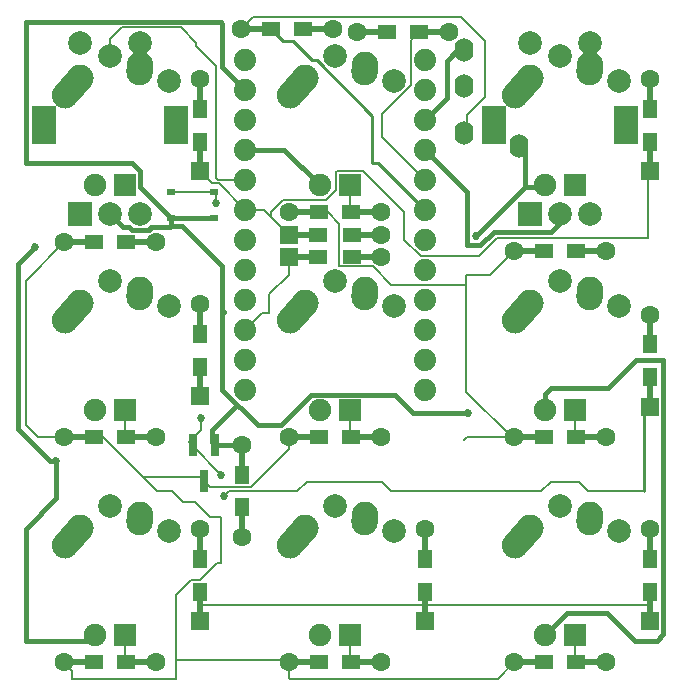
<source format=gbl>
G04 #@! TF.GenerationSoftware,KiCad,Pcbnew,(5.1.6)-1*
G04 #@! TF.CreationDate,2020-12-19T02:43:37-06:00*
G04 #@! TF.ProjectId,macropad_3x3,6d616372-6f70-4616-945f-3378332e6b69,rev?*
G04 #@! TF.SameCoordinates,Original*
G04 #@! TF.FileFunction,Copper,L2,Bot*
G04 #@! TF.FilePolarity,Positive*
%FSLAX46Y46*%
G04 Gerber Fmt 4.6, Leading zero omitted, Abs format (unit mm)*
G04 Created by KiCad (PCBNEW (5.1.6)-1) date 2020-12-19 02:43:37*
%MOMM*%
%LPD*%
G01*
G04 APERTURE LIST*
G04 #@! TA.AperFunction,ComponentPad*
%ADD10C,2.000000*%
G04 #@! TD*
G04 #@! TA.AperFunction,WasherPad*
%ADD11R,2.000000X3.200000*%
G04 #@! TD*
G04 #@! TA.AperFunction,ComponentPad*
%ADD12R,2.000000X2.000000*%
G04 #@! TD*
G04 #@! TA.AperFunction,SMDPad,CuDef*
%ADD13R,0.800000X1.900000*%
G04 #@! TD*
G04 #@! TA.AperFunction,Conductor*
%ADD14R,2.900000X0.500000*%
G04 #@! TD*
G04 #@! TA.AperFunction,ComponentPad*
%ADD15C,1.600000*%
G04 #@! TD*
G04 #@! TA.AperFunction,SMDPad,CuDef*
%ADD16R,1.500000X1.200000*%
G04 #@! TD*
G04 #@! TA.AperFunction,Conductor*
%ADD17R,0.500000X2.900000*%
G04 #@! TD*
G04 #@! TA.AperFunction,SMDPad,CuDef*
%ADD18R,1.200000X1.500000*%
G04 #@! TD*
G04 #@! TA.AperFunction,ComponentPad*
%ADD19C,2.250000*%
G04 #@! TD*
G04 #@! TA.AperFunction,ComponentPad*
%ADD20C,1.905000*%
G04 #@! TD*
G04 #@! TA.AperFunction,ComponentPad*
%ADD21R,1.905000X1.905000*%
G04 #@! TD*
G04 #@! TA.AperFunction,ComponentPad*
%ADD22R,1.600000X1.600000*%
G04 #@! TD*
G04 #@! TA.AperFunction,SMDPad,CuDef*
%ADD23R,1.200000X1.600000*%
G04 #@! TD*
G04 #@! TA.AperFunction,SMDPad,CuDef*
%ADD24R,1.600000X1.200000*%
G04 #@! TD*
G04 #@! TA.AperFunction,ComponentPad*
%ADD25O,1.600000X2.000000*%
G04 #@! TD*
G04 #@! TA.AperFunction,SMDPad,CuDef*
%ADD26R,0.700000X0.500000*%
G04 #@! TD*
G04 #@! TA.AperFunction,ComponentPad*
%ADD27C,1.879600*%
G04 #@! TD*
G04 #@! TA.AperFunction,ViaPad*
%ADD28C,0.685800*%
G04 #@! TD*
G04 #@! TA.AperFunction,Conductor*
%ADD29C,0.152400*%
G04 #@! TD*
G04 #@! TA.AperFunction,Conductor*
%ADD30C,0.254000*%
G04 #@! TD*
G04 #@! TA.AperFunction,Conductor*
%ADD31C,0.381000*%
G04 #@! TD*
G04 APERTURE END LIST*
D10*
G04 #@! TO.P,RE2,S1*
G04 #@! TO.N,Net-(D3-Pad2)*
X72350000Y-24750000D03*
G04 #@! TO.P,RE2,S2*
G04 #@! TO.N,col2*
X67350000Y-24750000D03*
D11*
G04 #@! TO.P,RE2,*
G04 #@! TO.N,*
X75450000Y-31750000D03*
X64250000Y-31750000D03*
D10*
G04 #@! TO.P,RE2,B*
G04 #@! TO.N,encoder2b*
X72350000Y-39250000D03*
G04 #@! TO.P,RE2,C*
G04 #@! TO.N,GND*
X69850000Y-39250000D03*
D12*
G04 #@! TO.P,RE2,A*
G04 #@! TO.N,encoder2a*
X67350000Y-39250000D03*
G04 #@! TD*
D13*
G04 #@! TO.P,Q1,3*
G04 #@! TO.N,LEDsOut*
X39687500Y-61825000D03*
G04 #@! TO.P,Q1,2*
G04 #@! TO.N,GND*
X40637500Y-58825000D03*
G04 #@! TO.P,Q1,1*
G04 #@! TO.N,LEDs*
X38737500Y-58825000D03*
G04 #@! TD*
D14*
G04 #@! TO.N,VCC*
G04 #@! TO.C,R11*
X54052000Y-23812500D03*
G04 #@! TO.N,SDA*
X59052000Y-23812500D03*
D15*
G04 #@! TD*
G04 #@! TO.P,R11,1*
G04 #@! TO.N,VCC*
X52652000Y-23812500D03*
G04 #@! TO.P,R11,2*
G04 #@! TO.N,SDA*
X60452000Y-23812500D03*
D16*
X57902000Y-23812500D03*
G04 #@! TO.P,R11,1*
G04 #@! TO.N,VCC*
X55202000Y-23812500D03*
G04 #@! TD*
D14*
G04 #@! TO.N,VCC*
G04 #@! TO.C,R10*
X49262500Y-23622000D03*
G04 #@! TO.N,SCL*
X44262500Y-23622000D03*
D15*
G04 #@! TD*
G04 #@! TO.P,R10,1*
G04 #@! TO.N,VCC*
X50662500Y-23622000D03*
G04 #@! TO.P,R10,2*
G04 #@! TO.N,SCL*
X42862500Y-23622000D03*
D16*
X45412500Y-23622000D03*
G04 #@! TO.P,R10,1*
G04 #@! TO.N,VCC*
X48112500Y-23622000D03*
G04 #@! TD*
D14*
G04 #@! TO.N,LEDsOut*
G04 #@! TO.C,R9*
X67350000Y-77216000D03*
G04 #@! TO.N,Net-(MX9-Pad4)*
X72350000Y-77216000D03*
D15*
G04 #@! TD*
G04 #@! TO.P,R9,1*
G04 #@! TO.N,LEDsOut*
X65950000Y-77216000D03*
G04 #@! TO.P,R9,2*
G04 #@! TO.N,Net-(MX9-Pad4)*
X73750000Y-77216000D03*
D16*
X71200000Y-77216000D03*
G04 #@! TO.P,R9,1*
G04 #@! TO.N,LEDsOut*
X68500000Y-77216000D03*
G04 #@! TD*
D14*
G04 #@! TO.N,LEDsOut*
G04 #@! TO.C,R8*
X48300000Y-77216000D03*
G04 #@! TO.N,Net-(MX8-Pad4)*
X53300000Y-77216000D03*
D15*
G04 #@! TD*
G04 #@! TO.P,R8,1*
G04 #@! TO.N,LEDsOut*
X46900000Y-77216000D03*
G04 #@! TO.P,R8,2*
G04 #@! TO.N,Net-(MX8-Pad4)*
X54700000Y-77216000D03*
D16*
X52150000Y-77216000D03*
G04 #@! TO.P,R8,1*
G04 #@! TO.N,LEDsOut*
X49450000Y-77216000D03*
G04 #@! TD*
D14*
G04 #@! TO.N,LEDsOut*
G04 #@! TO.C,R7*
X29250000Y-77216000D03*
G04 #@! TO.N,Net-(MX7-Pad4)*
X34250000Y-77216000D03*
D15*
G04 #@! TD*
G04 #@! TO.P,R7,1*
G04 #@! TO.N,LEDsOut*
X27850000Y-77216000D03*
G04 #@! TO.P,R7,2*
G04 #@! TO.N,Net-(MX7-Pad4)*
X35650000Y-77216000D03*
D16*
X33100000Y-77216000D03*
G04 #@! TO.P,R7,1*
G04 #@! TO.N,LEDsOut*
X30400000Y-77216000D03*
G04 #@! TD*
D14*
G04 #@! TO.N,LEDsOut*
G04 #@! TO.C,R6*
X67350000Y-58166000D03*
G04 #@! TO.N,Net-(MX6-Pad4)*
X72350000Y-58166000D03*
D15*
G04 #@! TD*
G04 #@! TO.P,R6,1*
G04 #@! TO.N,LEDsOut*
X65950000Y-58166000D03*
G04 #@! TO.P,R6,2*
G04 #@! TO.N,Net-(MX6-Pad4)*
X73750000Y-58166000D03*
D16*
X71200000Y-58166000D03*
G04 #@! TO.P,R6,1*
G04 #@! TO.N,LEDsOut*
X68500000Y-58166000D03*
G04 #@! TD*
D14*
G04 #@! TO.N,LEDsOut*
G04 #@! TO.C,R5*
X48300000Y-58166000D03*
G04 #@! TO.N,Net-(MX5-Pad4)*
X53300000Y-58166000D03*
D15*
G04 #@! TD*
G04 #@! TO.P,R5,1*
G04 #@! TO.N,LEDsOut*
X46900000Y-58166000D03*
G04 #@! TO.P,R5,2*
G04 #@! TO.N,Net-(MX5-Pad4)*
X54700000Y-58166000D03*
D16*
X52150000Y-58166000D03*
G04 #@! TO.P,R5,1*
G04 #@! TO.N,LEDsOut*
X49450000Y-58166000D03*
G04 #@! TD*
D14*
G04 #@! TO.N,LEDsOut*
G04 #@! TO.C,R4*
X29250000Y-58166000D03*
G04 #@! TO.N,Net-(MX4-Pad4)*
X34250000Y-58166000D03*
D15*
G04 #@! TD*
G04 #@! TO.P,R4,1*
G04 #@! TO.N,LEDsOut*
X27850000Y-58166000D03*
G04 #@! TO.P,R4,2*
G04 #@! TO.N,Net-(MX4-Pad4)*
X35650000Y-58166000D03*
D16*
X33100000Y-58166000D03*
G04 #@! TO.P,R4,1*
G04 #@! TO.N,LEDsOut*
X30400000Y-58166000D03*
G04 #@! TD*
D14*
G04 #@! TO.N,LEDsOut*
G04 #@! TO.C,R3*
X67350000Y-42418000D03*
G04 #@! TO.N,Net-(MX3-Pad4)*
X72350000Y-42418000D03*
D15*
G04 #@! TD*
G04 #@! TO.P,R3,1*
G04 #@! TO.N,LEDsOut*
X65950000Y-42418000D03*
G04 #@! TO.P,R3,2*
G04 #@! TO.N,Net-(MX3-Pad4)*
X73750000Y-42418000D03*
D16*
X71200000Y-42418000D03*
G04 #@! TO.P,R3,1*
G04 #@! TO.N,LEDsOut*
X68500000Y-42418000D03*
G04 #@! TD*
D14*
G04 #@! TO.N,LEDsOut*
G04 #@! TO.C,R2*
X48300000Y-39116000D03*
G04 #@! TO.N,Net-(MX2-Pad4)*
X53300000Y-39116000D03*
D15*
G04 #@! TD*
G04 #@! TO.P,R2,1*
G04 #@! TO.N,LEDsOut*
X46900000Y-39116000D03*
G04 #@! TO.P,R2,2*
G04 #@! TO.N,Net-(MX2-Pad4)*
X54700000Y-39116000D03*
D16*
X52150000Y-39116000D03*
G04 #@! TO.P,R2,1*
G04 #@! TO.N,LEDsOut*
X49450000Y-39116000D03*
G04 #@! TD*
D14*
G04 #@! TO.N,LEDsOut*
G04 #@! TO.C,R1*
X29250000Y-41656000D03*
G04 #@! TO.N,Net-(MX1-Pad4)*
X34250000Y-41656000D03*
D15*
G04 #@! TD*
G04 #@! TO.P,R1,1*
G04 #@! TO.N,LEDsOut*
X27850000Y-41656000D03*
G04 #@! TO.P,R1,2*
G04 #@! TO.N,Net-(MX1-Pad4)*
X35650000Y-41656000D03*
D16*
X33100000Y-41656000D03*
G04 #@! TO.P,R1,1*
G04 #@! TO.N,LEDsOut*
X30400000Y-41656000D03*
G04 #@! TD*
D17*
G04 #@! TO.N,GND*
G04 #@! TO.C,RQ1*
X42926000Y-60201000D03*
D18*
G04 #@! TD*
G04 #@! TO.P,RQ1,2*
G04 #@! TO.N,GND*
X42926000Y-61351000D03*
G04 #@! TO.P,RQ1,1*
G04 #@! TO.N,LEDs*
X42926000Y-64051000D03*
D17*
G04 #@! TD*
G04 #@! TO.N,LEDs*
G04 #@! TO.C,RQ1*
X42926000Y-65201000D03*
D15*
G04 #@! TO.P,RQ1,2*
G04 #@! TO.N,GND*
X42926000Y-58801000D03*
G04 #@! TO.P,RQ1,1*
G04 #@! TO.N,LEDs*
X42926000Y-66601000D03*
G04 #@! TD*
G04 #@! TO.P,MX6,2*
G04 #@! TO.N,Net-(D6-Pad2)*
G04 #@! TA.AperFunction,ComponentPad*
G36*
G01*
X72273483Y-47422395D02*
X72273483Y-47422395D01*
G75*
G02*
X71227605Y-46223483I76517J1122395D01*
G01*
X71267147Y-45643451D01*
G75*
G02*
X72466059Y-44597573I1122395J-76517D01*
G01*
X72466059Y-44597573D01*
G75*
G02*
X73511937Y-45796485I-76517J-1122395D01*
G01*
X73472395Y-46376517D01*
G75*
G02*
X72273483Y-47422395I-1122395J76517D01*
G01*
G37*
G04 #@! TD.AperFunction*
D19*
X72390000Y-45720000D03*
G04 #@! TO.P,MX6,1*
G04 #@! TO.N,col2*
G04 #@! TA.AperFunction,ComponentPad*
G36*
G01*
X65288688Y-49097351D02*
X65288688Y-49097350D01*
G75*
G02*
X65202650Y-47508688I751312J837350D01*
G01*
X66512640Y-46048680D01*
G75*
G02*
X68101302Y-45962642I837350J-751312D01*
G01*
X68101302Y-45962642D01*
G75*
G02*
X68187340Y-47551304I-751312J-837350D01*
G01*
X66877350Y-49011312D01*
G75*
G02*
X65288688Y-49097350I-837350J751312D01*
G01*
G37*
G04 #@! TD.AperFunction*
X67350000Y-46800000D03*
D10*
G04 #@! TO.P,MX6,2*
G04 #@! TO.N,Net-(D6-Pad2)*
X74850000Y-47000000D03*
G04 #@! TO.P,MX6,1*
G04 #@! TO.N,col2*
X69850000Y-44900000D03*
D20*
G04 #@! TO.P,MX6,3*
G04 #@! TO.N,VCC*
X68580000Y-55880000D03*
D21*
G04 #@! TO.P,MX6,4*
G04 #@! TO.N,Net-(MX6-Pad4)*
X71120000Y-55880000D03*
G04 #@! TD*
G04 #@! TO.P,MX9,2*
G04 #@! TO.N,Net-(D9-Pad2)*
G04 #@! TA.AperFunction,ComponentPad*
G36*
G01*
X72273483Y-66472395D02*
X72273483Y-66472395D01*
G75*
G02*
X71227605Y-65273483I76517J1122395D01*
G01*
X71267147Y-64693451D01*
G75*
G02*
X72466059Y-63647573I1122395J-76517D01*
G01*
X72466059Y-63647573D01*
G75*
G02*
X73511937Y-64846485I-76517J-1122395D01*
G01*
X73472395Y-65426517D01*
G75*
G02*
X72273483Y-66472395I-1122395J76517D01*
G01*
G37*
G04 #@! TD.AperFunction*
D19*
X72390000Y-64770000D03*
G04 #@! TO.P,MX9,1*
G04 #@! TO.N,col2*
G04 #@! TA.AperFunction,ComponentPad*
G36*
G01*
X65288688Y-68147351D02*
X65288688Y-68147350D01*
G75*
G02*
X65202650Y-66558688I751312J837350D01*
G01*
X66512640Y-65098680D01*
G75*
G02*
X68101302Y-65012642I837350J-751312D01*
G01*
X68101302Y-65012642D01*
G75*
G02*
X68187340Y-66601304I-751312J-837350D01*
G01*
X66877350Y-68061312D01*
G75*
G02*
X65288688Y-68147350I-837350J751312D01*
G01*
G37*
G04 #@! TD.AperFunction*
X67350000Y-65850000D03*
D10*
G04 #@! TO.P,MX9,2*
G04 #@! TO.N,Net-(D9-Pad2)*
X74850000Y-66050000D03*
G04 #@! TO.P,MX9,1*
G04 #@! TO.N,col2*
X69850000Y-63950000D03*
D20*
G04 #@! TO.P,MX9,3*
G04 #@! TO.N,VCC*
X68580000Y-74930000D03*
D21*
G04 #@! TO.P,MX9,4*
G04 #@! TO.N,Net-(MX9-Pad4)*
X71120000Y-74930000D03*
G04 #@! TD*
G04 #@! TO.P,MX8,2*
G04 #@! TO.N,Net-(D8-Pad2)*
G04 #@! TA.AperFunction,ComponentPad*
G36*
G01*
X53223483Y-66472395D02*
X53223483Y-66472395D01*
G75*
G02*
X52177605Y-65273483I76517J1122395D01*
G01*
X52217147Y-64693451D01*
G75*
G02*
X53416059Y-63647573I1122395J-76517D01*
G01*
X53416059Y-63647573D01*
G75*
G02*
X54461937Y-64846485I-76517J-1122395D01*
G01*
X54422395Y-65426517D01*
G75*
G02*
X53223483Y-66472395I-1122395J76517D01*
G01*
G37*
G04 #@! TD.AperFunction*
D19*
X53340000Y-64770000D03*
G04 #@! TO.P,MX8,1*
G04 #@! TO.N,col1*
G04 #@! TA.AperFunction,ComponentPad*
G36*
G01*
X46238688Y-68147351D02*
X46238688Y-68147350D01*
G75*
G02*
X46152650Y-66558688I751312J837350D01*
G01*
X47462640Y-65098680D01*
G75*
G02*
X49051302Y-65012642I837350J-751312D01*
G01*
X49051302Y-65012642D01*
G75*
G02*
X49137340Y-66601304I-751312J-837350D01*
G01*
X47827350Y-68061312D01*
G75*
G02*
X46238688Y-68147350I-837350J751312D01*
G01*
G37*
G04 #@! TD.AperFunction*
X48300000Y-65850000D03*
D10*
G04 #@! TO.P,MX8,2*
G04 #@! TO.N,Net-(D8-Pad2)*
X55800000Y-66050000D03*
G04 #@! TO.P,MX8,1*
G04 #@! TO.N,col1*
X50800000Y-63950000D03*
D20*
G04 #@! TO.P,MX8,3*
G04 #@! TO.N,VCC*
X49530000Y-74930000D03*
D21*
G04 #@! TO.P,MX8,4*
G04 #@! TO.N,Net-(MX8-Pad4)*
X52070000Y-74930000D03*
G04 #@! TD*
G04 #@! TO.P,MX7,2*
G04 #@! TO.N,Net-(D7-Pad2)*
G04 #@! TA.AperFunction,ComponentPad*
G36*
G01*
X34173483Y-66472395D02*
X34173483Y-66472395D01*
G75*
G02*
X33127605Y-65273483I76517J1122395D01*
G01*
X33167147Y-64693451D01*
G75*
G02*
X34366059Y-63647573I1122395J-76517D01*
G01*
X34366059Y-63647573D01*
G75*
G02*
X35411937Y-64846485I-76517J-1122395D01*
G01*
X35372395Y-65426517D01*
G75*
G02*
X34173483Y-66472395I-1122395J76517D01*
G01*
G37*
G04 #@! TD.AperFunction*
D19*
X34290000Y-64770000D03*
G04 #@! TO.P,MX7,1*
G04 #@! TO.N,col0*
G04 #@! TA.AperFunction,ComponentPad*
G36*
G01*
X27188688Y-68147351D02*
X27188688Y-68147350D01*
G75*
G02*
X27102650Y-66558688I751312J837350D01*
G01*
X28412640Y-65098680D01*
G75*
G02*
X30001302Y-65012642I837350J-751312D01*
G01*
X30001302Y-65012642D01*
G75*
G02*
X30087340Y-66601304I-751312J-837350D01*
G01*
X28777350Y-68061312D01*
G75*
G02*
X27188688Y-68147350I-837350J751312D01*
G01*
G37*
G04 #@! TD.AperFunction*
X29250000Y-65850000D03*
D10*
G04 #@! TO.P,MX7,2*
G04 #@! TO.N,Net-(D7-Pad2)*
X36750000Y-66050000D03*
G04 #@! TO.P,MX7,1*
G04 #@! TO.N,col0*
X31750000Y-63950000D03*
D20*
G04 #@! TO.P,MX7,3*
G04 #@! TO.N,VCC*
X30480000Y-74930000D03*
D21*
G04 #@! TO.P,MX7,4*
G04 #@! TO.N,Net-(MX7-Pad4)*
X33020000Y-74930000D03*
G04 #@! TD*
G04 #@! TO.P,MX5,2*
G04 #@! TO.N,Net-(D5-Pad2)*
G04 #@! TA.AperFunction,ComponentPad*
G36*
G01*
X53223483Y-47422395D02*
X53223483Y-47422395D01*
G75*
G02*
X52177605Y-46223483I76517J1122395D01*
G01*
X52217147Y-45643451D01*
G75*
G02*
X53416059Y-44597573I1122395J-76517D01*
G01*
X53416059Y-44597573D01*
G75*
G02*
X54461937Y-45796485I-76517J-1122395D01*
G01*
X54422395Y-46376517D01*
G75*
G02*
X53223483Y-47422395I-1122395J76517D01*
G01*
G37*
G04 #@! TD.AperFunction*
D19*
X53340000Y-45720000D03*
G04 #@! TO.P,MX5,1*
G04 #@! TO.N,col1*
G04 #@! TA.AperFunction,ComponentPad*
G36*
G01*
X46238688Y-49097351D02*
X46238688Y-49097350D01*
G75*
G02*
X46152650Y-47508688I751312J837350D01*
G01*
X47462640Y-46048680D01*
G75*
G02*
X49051302Y-45962642I837350J-751312D01*
G01*
X49051302Y-45962642D01*
G75*
G02*
X49137340Y-47551304I-751312J-837350D01*
G01*
X47827350Y-49011312D01*
G75*
G02*
X46238688Y-49097350I-837350J751312D01*
G01*
G37*
G04 #@! TD.AperFunction*
X48300000Y-46800000D03*
D10*
G04 #@! TO.P,MX5,2*
G04 #@! TO.N,Net-(D5-Pad2)*
X55800000Y-47000000D03*
G04 #@! TO.P,MX5,1*
G04 #@! TO.N,col1*
X50800000Y-44900000D03*
D20*
G04 #@! TO.P,MX5,3*
G04 #@! TO.N,VCC*
X49530000Y-55880000D03*
D21*
G04 #@! TO.P,MX5,4*
G04 #@! TO.N,Net-(MX5-Pad4)*
X52070000Y-55880000D03*
G04 #@! TD*
G04 #@! TO.P,MX4,2*
G04 #@! TO.N,Net-(D4-Pad2)*
G04 #@! TA.AperFunction,ComponentPad*
G36*
G01*
X34173483Y-47422395D02*
X34173483Y-47422395D01*
G75*
G02*
X33127605Y-46223483I76517J1122395D01*
G01*
X33167147Y-45643451D01*
G75*
G02*
X34366059Y-44597573I1122395J-76517D01*
G01*
X34366059Y-44597573D01*
G75*
G02*
X35411937Y-45796485I-76517J-1122395D01*
G01*
X35372395Y-46376517D01*
G75*
G02*
X34173483Y-47422395I-1122395J76517D01*
G01*
G37*
G04 #@! TD.AperFunction*
D19*
X34290000Y-45720000D03*
G04 #@! TO.P,MX4,1*
G04 #@! TO.N,col0*
G04 #@! TA.AperFunction,ComponentPad*
G36*
G01*
X27188688Y-49097351D02*
X27188688Y-49097350D01*
G75*
G02*
X27102650Y-47508688I751312J837350D01*
G01*
X28412640Y-46048680D01*
G75*
G02*
X30001302Y-45962642I837350J-751312D01*
G01*
X30001302Y-45962642D01*
G75*
G02*
X30087340Y-47551304I-751312J-837350D01*
G01*
X28777350Y-49011312D01*
G75*
G02*
X27188688Y-49097350I-837350J751312D01*
G01*
G37*
G04 #@! TD.AperFunction*
X29250000Y-46800000D03*
D10*
G04 #@! TO.P,MX4,2*
G04 #@! TO.N,Net-(D4-Pad2)*
X36750000Y-47000000D03*
G04 #@! TO.P,MX4,1*
G04 #@! TO.N,col0*
X31750000Y-44900000D03*
D20*
G04 #@! TO.P,MX4,3*
G04 #@! TO.N,VCC*
X30480000Y-55880000D03*
D21*
G04 #@! TO.P,MX4,4*
G04 #@! TO.N,Net-(MX4-Pad4)*
X33020000Y-55880000D03*
G04 #@! TD*
G04 #@! TO.P,MX3,2*
G04 #@! TO.N,Net-(D3-Pad2)*
G04 #@! TA.AperFunction,ComponentPad*
G36*
G01*
X72273483Y-28372395D02*
X72273483Y-28372395D01*
G75*
G02*
X71227605Y-27173483I76517J1122395D01*
G01*
X71267147Y-26593451D01*
G75*
G02*
X72466059Y-25547573I1122395J-76517D01*
G01*
X72466059Y-25547573D01*
G75*
G02*
X73511937Y-26746485I-76517J-1122395D01*
G01*
X73472395Y-27326517D01*
G75*
G02*
X72273483Y-28372395I-1122395J76517D01*
G01*
G37*
G04 #@! TD.AperFunction*
D19*
X72390000Y-26670000D03*
G04 #@! TO.P,MX3,1*
G04 #@! TO.N,col2*
G04 #@! TA.AperFunction,ComponentPad*
G36*
G01*
X65288688Y-30047351D02*
X65288688Y-30047350D01*
G75*
G02*
X65202650Y-28458688I751312J837350D01*
G01*
X66512640Y-26998680D01*
G75*
G02*
X68101302Y-26912642I837350J-751312D01*
G01*
X68101302Y-26912642D01*
G75*
G02*
X68187340Y-28501304I-751312J-837350D01*
G01*
X66877350Y-29961312D01*
G75*
G02*
X65288688Y-30047350I-837350J751312D01*
G01*
G37*
G04 #@! TD.AperFunction*
X67350000Y-27750000D03*
D10*
G04 #@! TO.P,MX3,2*
G04 #@! TO.N,Net-(D3-Pad2)*
X74850000Y-27950000D03*
G04 #@! TO.P,MX3,1*
G04 #@! TO.N,col2*
X69850000Y-25850000D03*
D20*
G04 #@! TO.P,MX3,3*
G04 #@! TO.N,VCC*
X68580000Y-36830000D03*
D21*
G04 #@! TO.P,MX3,4*
G04 #@! TO.N,Net-(MX3-Pad4)*
X71120000Y-36830000D03*
G04 #@! TD*
G04 #@! TO.P,MX2,2*
G04 #@! TO.N,Net-(D2-Pad2)*
G04 #@! TA.AperFunction,ComponentPad*
G36*
G01*
X53223483Y-28372395D02*
X53223483Y-28372395D01*
G75*
G02*
X52177605Y-27173483I76517J1122395D01*
G01*
X52217147Y-26593451D01*
G75*
G02*
X53416059Y-25547573I1122395J-76517D01*
G01*
X53416059Y-25547573D01*
G75*
G02*
X54461937Y-26746485I-76517J-1122395D01*
G01*
X54422395Y-27326517D01*
G75*
G02*
X53223483Y-28372395I-1122395J76517D01*
G01*
G37*
G04 #@! TD.AperFunction*
D19*
X53340000Y-26670000D03*
G04 #@! TO.P,MX2,1*
G04 #@! TO.N,col1*
G04 #@! TA.AperFunction,ComponentPad*
G36*
G01*
X46238688Y-30047351D02*
X46238688Y-30047350D01*
G75*
G02*
X46152650Y-28458688I751312J837350D01*
G01*
X47462640Y-26998680D01*
G75*
G02*
X49051302Y-26912642I837350J-751312D01*
G01*
X49051302Y-26912642D01*
G75*
G02*
X49137340Y-28501304I-751312J-837350D01*
G01*
X47827350Y-29961312D01*
G75*
G02*
X46238688Y-30047350I-837350J751312D01*
G01*
G37*
G04 #@! TD.AperFunction*
X48300000Y-27750000D03*
D10*
G04 #@! TO.P,MX2,2*
G04 #@! TO.N,Net-(D2-Pad2)*
X55800000Y-27950000D03*
G04 #@! TO.P,MX2,1*
G04 #@! TO.N,col1*
X50800000Y-25850000D03*
D20*
G04 #@! TO.P,MX2,3*
G04 #@! TO.N,VCC*
X49530000Y-36830000D03*
D21*
G04 #@! TO.P,MX2,4*
G04 #@! TO.N,Net-(MX2-Pad4)*
X52070000Y-36830000D03*
G04 #@! TD*
G04 #@! TO.P,MX1,2*
G04 #@! TO.N,Net-(D1-Pad2)*
G04 #@! TA.AperFunction,ComponentPad*
G36*
G01*
X34173483Y-28372395D02*
X34173483Y-28372395D01*
G75*
G02*
X33127605Y-27173483I76517J1122395D01*
G01*
X33167147Y-26593451D01*
G75*
G02*
X34366059Y-25547573I1122395J-76517D01*
G01*
X34366059Y-25547573D01*
G75*
G02*
X35411937Y-26746485I-76517J-1122395D01*
G01*
X35372395Y-27326517D01*
G75*
G02*
X34173483Y-28372395I-1122395J76517D01*
G01*
G37*
G04 #@! TD.AperFunction*
D19*
X34290000Y-26670000D03*
G04 #@! TO.P,MX1,1*
G04 #@! TO.N,col0*
G04 #@! TA.AperFunction,ComponentPad*
G36*
G01*
X27188688Y-30047351D02*
X27188688Y-30047350D01*
G75*
G02*
X27102650Y-28458688I751312J837350D01*
G01*
X28412640Y-26998680D01*
G75*
G02*
X30001302Y-26912642I837350J-751312D01*
G01*
X30001302Y-26912642D01*
G75*
G02*
X30087340Y-28501304I-751312J-837350D01*
G01*
X28777350Y-29961312D01*
G75*
G02*
X27188688Y-30047350I-837350J751312D01*
G01*
G37*
G04 #@! TD.AperFunction*
X29250000Y-27750000D03*
D10*
G04 #@! TO.P,MX1,2*
G04 #@! TO.N,Net-(D1-Pad2)*
X36750000Y-27950000D03*
G04 #@! TO.P,MX1,1*
G04 #@! TO.N,col0*
X31750000Y-25850000D03*
D20*
G04 #@! TO.P,MX1,3*
G04 #@! TO.N,VCC*
X30480000Y-36830000D03*
D21*
G04 #@! TO.P,MX1,4*
G04 #@! TO.N,Net-(MX1-Pad4)*
X33020000Y-36830000D03*
G04 #@! TD*
D22*
G04 #@! TO.P,D9,1*
G04 #@! TO.N,row2*
X77470000Y-73750000D03*
D15*
G04 #@! TO.P,D9,2*
G04 #@! TO.N,Net-(D9-Pad2)*
X77470000Y-65950000D03*
D17*
G04 #@! TD*
G04 #@! TO.N,row2*
G04 #@! TO.C,D9*
X77470000Y-72350000D03*
D23*
G04 #@! TO.P,D9,1*
G04 #@! TO.N,row2*
X77470000Y-71250000D03*
G04 #@! TO.P,D9,2*
G04 #@! TO.N,Net-(D9-Pad2)*
X77470000Y-68450000D03*
D17*
G04 #@! TD*
G04 #@! TO.N,Net-(D9-Pad2)*
G04 #@! TO.C,D9*
X77470000Y-67350000D03*
D22*
G04 #@! TO.P,D8,1*
G04 #@! TO.N,row2*
X58420000Y-73750000D03*
D15*
G04 #@! TO.P,D8,2*
G04 #@! TO.N,Net-(D8-Pad2)*
X58420000Y-65950000D03*
D17*
G04 #@! TD*
G04 #@! TO.N,row2*
G04 #@! TO.C,D8*
X58420000Y-72350000D03*
D23*
G04 #@! TO.P,D8,1*
G04 #@! TO.N,row2*
X58420000Y-71250000D03*
G04 #@! TO.P,D8,2*
G04 #@! TO.N,Net-(D8-Pad2)*
X58420000Y-68450000D03*
D17*
G04 #@! TD*
G04 #@! TO.N,Net-(D8-Pad2)*
G04 #@! TO.C,D8*
X58420000Y-67350000D03*
D22*
G04 #@! TO.P,D7,1*
G04 #@! TO.N,row2*
X39370000Y-73750000D03*
D15*
G04 #@! TO.P,D7,2*
G04 #@! TO.N,Net-(D7-Pad2)*
X39370000Y-65950000D03*
D17*
G04 #@! TD*
G04 #@! TO.N,row2*
G04 #@! TO.C,D7*
X39370000Y-72350000D03*
D23*
G04 #@! TO.P,D7,1*
G04 #@! TO.N,row2*
X39370000Y-71250000D03*
G04 #@! TO.P,D7,2*
G04 #@! TO.N,Net-(D7-Pad2)*
X39370000Y-68450000D03*
D17*
G04 #@! TD*
G04 #@! TO.N,Net-(D7-Pad2)*
G04 #@! TO.C,D7*
X39370000Y-67350000D03*
D22*
G04 #@! TO.P,D6,1*
G04 #@! TO.N,row1*
X77470000Y-55562500D03*
D15*
G04 #@! TO.P,D6,2*
G04 #@! TO.N,Net-(D6-Pad2)*
X77470000Y-47762500D03*
D17*
G04 #@! TD*
G04 #@! TO.N,row1*
G04 #@! TO.C,D6*
X77470000Y-54162500D03*
D23*
G04 #@! TO.P,D6,1*
G04 #@! TO.N,row1*
X77470000Y-53062500D03*
G04 #@! TO.P,D6,2*
G04 #@! TO.N,Net-(D6-Pad2)*
X77470000Y-50262500D03*
D17*
G04 #@! TD*
G04 #@! TO.N,Net-(D6-Pad2)*
G04 #@! TO.C,D6*
X77470000Y-49162500D03*
D22*
G04 #@! TO.P,D5,1*
G04 #@! TO.N,row1*
X46900000Y-42862500D03*
D15*
G04 #@! TO.P,D5,2*
G04 #@! TO.N,Net-(D5-Pad2)*
X54700000Y-42862500D03*
D14*
G04 #@! TD*
G04 #@! TO.N,row1*
G04 #@! TO.C,D5*
X48300000Y-42862500D03*
D24*
G04 #@! TO.P,D5,1*
G04 #@! TO.N,row1*
X49400000Y-42862500D03*
G04 #@! TO.P,D5,2*
G04 #@! TO.N,Net-(D5-Pad2)*
X52200000Y-42862500D03*
D14*
G04 #@! TD*
G04 #@! TO.N,Net-(D5-Pad2)*
G04 #@! TO.C,D5*
X53300000Y-42862500D03*
D22*
G04 #@! TO.P,D4,1*
G04 #@! TO.N,row1*
X39370000Y-54700000D03*
D15*
G04 #@! TO.P,D4,2*
G04 #@! TO.N,Net-(D4-Pad2)*
X39370000Y-46900000D03*
D17*
G04 #@! TD*
G04 #@! TO.N,row1*
G04 #@! TO.C,D4*
X39370000Y-53300000D03*
D23*
G04 #@! TO.P,D4,1*
G04 #@! TO.N,row1*
X39370000Y-52200000D03*
G04 #@! TO.P,D4,2*
G04 #@! TO.N,Net-(D4-Pad2)*
X39370000Y-49400000D03*
D17*
G04 #@! TD*
G04 #@! TO.N,Net-(D4-Pad2)*
G04 #@! TO.C,D4*
X39370000Y-48300000D03*
D22*
G04 #@! TO.P,D3,1*
G04 #@! TO.N,row0*
X77470000Y-35650000D03*
D15*
G04 #@! TO.P,D3,2*
G04 #@! TO.N,Net-(D3-Pad2)*
X77470000Y-27850000D03*
D17*
G04 #@! TD*
G04 #@! TO.N,row0*
G04 #@! TO.C,D3*
X77470000Y-34250000D03*
D23*
G04 #@! TO.P,D3,1*
G04 #@! TO.N,row0*
X77470000Y-33150000D03*
G04 #@! TO.P,D3,2*
G04 #@! TO.N,Net-(D3-Pad2)*
X77470000Y-30350000D03*
D17*
G04 #@! TD*
G04 #@! TO.N,Net-(D3-Pad2)*
G04 #@! TO.C,D3*
X77470000Y-29250000D03*
D22*
G04 #@! TO.P,D2,1*
G04 #@! TO.N,row0*
X46900000Y-41021000D03*
D15*
G04 #@! TO.P,D2,2*
G04 #@! TO.N,Net-(D2-Pad2)*
X54700000Y-41021000D03*
D14*
G04 #@! TD*
G04 #@! TO.N,row0*
G04 #@! TO.C,D2*
X48300000Y-41021000D03*
D24*
G04 #@! TO.P,D2,1*
G04 #@! TO.N,row0*
X49400000Y-41021000D03*
G04 #@! TO.P,D2,2*
G04 #@! TO.N,Net-(D2-Pad2)*
X52200000Y-41021000D03*
D14*
G04 #@! TD*
G04 #@! TO.N,Net-(D2-Pad2)*
G04 #@! TO.C,D2*
X53300000Y-41021000D03*
D22*
G04 #@! TO.P,D1,1*
G04 #@! TO.N,row0*
X39370000Y-35650000D03*
D15*
G04 #@! TO.P,D1,2*
G04 #@! TO.N,Net-(D1-Pad2)*
X39370000Y-27850000D03*
D17*
G04 #@! TD*
G04 #@! TO.N,row0*
G04 #@! TO.C,D1*
X39370000Y-34250000D03*
D23*
G04 #@! TO.P,D1,1*
G04 #@! TO.N,row0*
X39370000Y-33150000D03*
G04 #@! TO.P,D1,2*
G04 #@! TO.N,Net-(D1-Pad2)*
X39370000Y-30350000D03*
D17*
G04 #@! TD*
G04 #@! TO.N,Net-(D1-Pad2)*
G04 #@! TO.C,D1*
X39370000Y-29250000D03*
D25*
G04 #@! TO.P,U1,1*
G04 #@! TO.N,VCC*
X66357500Y-33500000D03*
G04 #@! TO.P,U1,2*
G04 #@! TO.N,SCL*
X61757500Y-32400000D03*
G04 #@! TO.P,U1,4*
G04 #@! TO.N,GND*
X61757500Y-25400000D03*
G04 #@! TO.P,U1,3*
G04 #@! TO.N,SDA*
X61757500Y-28400000D03*
G04 #@! TD*
D26*
G04 #@! TO.P,reset1,2*
G04 #@! TO.N,GND*
X36957000Y-39624000D03*
X40557000Y-39624000D03*
G04 #@! TO.P,reset1,1*
G04 #@! TO.N,Net-(B1-Pad22)*
X36957000Y-37424000D03*
X40557000Y-37424000D03*
G04 #@! TD*
D10*
G04 #@! TO.P,RE1,S1*
G04 #@! TO.N,Net-(D1-Pad2)*
X34250000Y-24750000D03*
G04 #@! TO.P,RE1,S2*
G04 #@! TO.N,col0*
X29250000Y-24750000D03*
D11*
G04 #@! TO.P,RE1,*
G04 #@! TO.N,*
X37350000Y-31750000D03*
X26150000Y-31750000D03*
D10*
G04 #@! TO.P,RE1,B*
G04 #@! TO.N,encoder1b*
X34250000Y-39250000D03*
G04 #@! TO.P,RE1,C*
G04 #@! TO.N,GND*
X31750000Y-39250000D03*
D12*
G04 #@! TO.P,RE1,A*
G04 #@! TO.N,encoder1a*
X29250000Y-39250000D03*
G04 #@! TD*
D27*
G04 #@! TO.P,B1,24*
G04 #@! TO.N,RAW*
X43180000Y-26193750D03*
G04 #@! TO.P,B1,23*
G04 #@! TO.N,GND*
X43180000Y-28733750D03*
G04 #@! TO.P,B1,22*
G04 #@! TO.N,Net-(B1-Pad22)*
X43180000Y-31273750D03*
G04 #@! TO.P,B1,21*
G04 #@! TO.N,VCC*
X43180000Y-33813750D03*
G04 #@! TO.P,B1,20*
G04 #@! TO.N,col0*
X43180000Y-36353750D03*
G04 #@! TO.P,B1,19*
G04 #@! TO.N,row0*
X43180000Y-38893750D03*
G04 #@! TO.P,B1,18*
G04 #@! TO.N,encoder1a*
X43180000Y-41433750D03*
G04 #@! TO.P,B1,17*
G04 #@! TO.N,encoder1b*
X43180000Y-43973750D03*
G04 #@! TO.P,B1,16*
G04 #@! TO.N,row2*
X43180000Y-46513750D03*
G04 #@! TO.P,B1,15*
G04 #@! TO.N,row1*
X43180000Y-49053750D03*
G04 #@! TO.P,B1,14*
G04 #@! TO.N,col1*
X43180000Y-51593750D03*
G04 #@! TO.P,B1,13*
G04 #@! TO.N,LEDs*
X43180000Y-54133750D03*
G04 #@! TO.P,B1,12*
G04 #@! TO.N,col3*
X58420000Y-54133750D03*
G04 #@! TO.P,B1,11*
G04 #@! TO.N,row3*
X58420000Y-51593750D03*
G04 #@! TO.P,B1,10*
G04 #@! TO.N,row5*
X58420000Y-49053750D03*
G04 #@! TO.P,B1,9*
G04 #@! TO.N,row4*
X58420000Y-46513750D03*
G04 #@! TO.P,B1,8*
G04 #@! TO.N,encoder2b*
X58420000Y-43973750D03*
G04 #@! TO.P,B1,7*
G04 #@! TO.N,encoder2a*
X58420000Y-41433750D03*
G04 #@! TO.P,B1,6*
G04 #@! TO.N,SCL*
X58420000Y-38893750D03*
G04 #@! TO.P,B1,5*
G04 #@! TO.N,SDA*
X58420000Y-36353750D03*
G04 #@! TO.P,B1,4*
G04 #@! TO.N,GND*
X58420000Y-33813750D03*
G04 #@! TO.P,B1,3*
X58420000Y-31273750D03*
G04 #@! TO.P,B1,2*
G04 #@! TO.N,RGB_leds*
X58420000Y-28733750D03*
G04 #@! TO.P,B1,1*
G04 #@! TO.N,col2*
X58420000Y-26193750D03*
G04 #@! TD*
D28*
G04 #@! TO.N,Net-(B1-Pad22)*
X40767000Y-38354000D03*
G04 #@! TO.N,row1*
X41402000Y-63119000D03*
G04 #@! TO.N,GND*
X62103000Y-56134000D03*
G04 #@! TO.N,LEDs*
X39497000Y-56515000D03*
X41148000Y-61341000D03*
G04 #@! TO.N,VCC*
X25400000Y-42068750D03*
X27168842Y-60143658D03*
X62738000Y-41148000D03*
G04 #@! TD*
D29*
G04 #@! TO.N,Net-(B1-Pad22)*
X40557000Y-37424000D02*
X36957000Y-37424000D01*
X40767000Y-37634000D02*
X40557000Y-37424000D01*
X40767000Y-38354000D02*
X40767000Y-37634000D01*
G04 #@! TO.N,col2*
X67350000Y-25281250D02*
X67350000Y-24750000D01*
G04 #@! TO.N,col0*
X40925750Y-36353750D02*
X43180000Y-36353750D01*
X40767000Y-26751816D02*
X40767000Y-36195000D01*
X31750000Y-25850000D02*
X31750000Y-24435787D01*
X40767000Y-36195000D02*
X40925750Y-36353750D01*
X31750000Y-24435787D02*
X32747927Y-23437860D01*
X39037500Y-25022316D02*
X40767000Y-26751816D01*
X39037500Y-24750000D02*
X39037500Y-25022316D01*
X37725360Y-23437860D02*
X39037500Y-24750000D01*
X32747927Y-23437860D02*
X37725360Y-23437860D01*
G04 #@! TO.N,row2*
X39370000Y-72350000D02*
X58420000Y-72350000D01*
X58420000Y-72350000D02*
X77470000Y-72350000D01*
G04 #@! TO.N,row1*
X46831250Y-42862500D02*
X46900000Y-42862500D01*
X46900000Y-42862500D02*
X46900000Y-44381250D01*
X46900000Y-44381250D02*
X45243750Y-46037500D01*
X45243750Y-46037500D02*
X45243750Y-47625000D01*
X44608750Y-47625000D02*
X43180000Y-49053750D01*
X45243750Y-47625000D02*
X44608750Y-47625000D01*
D30*
X76993750Y-56038750D02*
X77470000Y-55562500D01*
X76993750Y-62706250D02*
X76993750Y-56038750D01*
D29*
X41814750Y-62706250D02*
X41402000Y-63119000D01*
X47625000Y-62706250D02*
X41814750Y-62706250D01*
X54768750Y-61912500D02*
X48418750Y-61912500D01*
X55562500Y-62706250D02*
X54768750Y-61912500D01*
X72231250Y-62706250D02*
X71437500Y-61912500D01*
X48418750Y-61912500D02*
X47625000Y-62706250D01*
X76993750Y-62706250D02*
X72231250Y-62706250D01*
X71437500Y-61912500D02*
X69056250Y-61912500D01*
X69056250Y-61912500D02*
X68262500Y-62706250D01*
X68262500Y-62706250D02*
X55562500Y-62706250D01*
G04 #@! TO.N,row0*
X43180000Y-38893750D02*
X44772750Y-38893750D01*
X48300000Y-41021000D02*
X49902400Y-41021000D01*
X40944809Y-36658559D02*
X43180000Y-38893750D01*
X40378559Y-36658559D02*
X40944809Y-36658559D01*
X39370000Y-35650000D02*
X40378559Y-36658559D01*
X44772750Y-38893750D02*
X45405125Y-39526125D01*
X45405125Y-39526125D02*
X46900000Y-41021000D01*
X50018851Y-38087399D02*
X50888899Y-37217351D01*
X46406271Y-38087399D02*
X50018851Y-38087399D01*
X45405125Y-39526125D02*
X45405125Y-39088545D01*
X50888899Y-37217351D02*
X50888899Y-35694619D01*
X45405125Y-39088545D02*
X46406271Y-38087399D01*
X56676372Y-39119890D02*
X56676372Y-41419356D01*
X50934619Y-35648899D02*
X53205381Y-35648899D01*
X50888899Y-35694619D02*
X50934619Y-35648899D01*
X58062365Y-42805349D02*
X62980725Y-42805349D01*
X53205381Y-35648899D02*
X56676372Y-39119890D01*
X56676372Y-41419356D02*
X58062365Y-42805349D01*
D30*
X77597000Y-35777000D02*
X77470000Y-35650000D01*
D29*
X62980725Y-42805349D02*
X64511074Y-41275000D01*
X77343000Y-41275000D02*
X77343000Y-35777000D01*
X64511074Y-41275000D02*
X77343000Y-41275000D01*
X77343000Y-35777000D02*
X77470000Y-35650000D01*
G04 #@! TO.N,GND*
X41267649Y-23026101D02*
X41260298Y-23018750D01*
D31*
X43180000Y-28733750D02*
X41267649Y-26821399D01*
X41267649Y-23170149D02*
X41116250Y-23018750D01*
X41267649Y-26821399D02*
X41267649Y-23170149D01*
D29*
X41260298Y-23018750D02*
X41116250Y-23018750D01*
D31*
X41116250Y-23018750D02*
X24606250Y-23018750D01*
X31750000Y-39250000D02*
X32886000Y-40386000D01*
X35021605Y-40592901D02*
X35228506Y-40386000D01*
X33605407Y-40592901D02*
X35021605Y-40592901D01*
X32886000Y-40386000D02*
X33398506Y-40386000D01*
X33398506Y-40386000D02*
X33605407Y-40592901D01*
X35228506Y-40386000D02*
X36830000Y-40386000D01*
X36957000Y-40259000D02*
X36830000Y-40386000D01*
X36957000Y-39624000D02*
X36957000Y-40259000D01*
X36957000Y-39624000D02*
X40557000Y-39624000D01*
X33605472Y-34893250D02*
X24606250Y-34893250D01*
X34315401Y-35603179D02*
X33605472Y-34893250D01*
X34315401Y-36982401D02*
X34315401Y-35603179D01*
X36957000Y-39624000D02*
X34315401Y-36982401D01*
X24606250Y-23018750D02*
X24606250Y-34893250D01*
X36957000Y-40259000D02*
X37877750Y-40259000D01*
X37877750Y-40259000D02*
X41275000Y-43656250D01*
X61976000Y-41910000D02*
X61976000Y-37369750D01*
X61976000Y-37369750D02*
X58420000Y-33813750D01*
X69850000Y-40005000D02*
X69088000Y-40767000D01*
X69088000Y-40767000D02*
X64262000Y-40767000D01*
X69850000Y-39250000D02*
X69850000Y-40005000D01*
X63119000Y-41910000D02*
X61976000Y-41910000D01*
X64262000Y-40767000D02*
X63119000Y-41910000D01*
X41275000Y-43656250D02*
X41275000Y-47445000D01*
X41275000Y-47445000D02*
X41402000Y-47572000D01*
X41275000Y-47445000D02*
X41275000Y-54127148D01*
X41275000Y-54127148D02*
X42532426Y-55384574D01*
X40381000Y-57536000D02*
X42532426Y-55384574D01*
X40381000Y-58547000D02*
X40381000Y-57536000D01*
X40635000Y-58801000D02*
X40381000Y-58547000D01*
X42926000Y-58801000D02*
X40635000Y-58801000D01*
X44297852Y-57150000D02*
X42913426Y-55765574D01*
X57396500Y-56134000D02*
X55847099Y-54584599D01*
X42913426Y-55765574D02*
X42532426Y-55384574D01*
X62103000Y-56134000D02*
X57396500Y-56134000D01*
X55847099Y-54584599D02*
X48789907Y-54584599D01*
X48789907Y-54584599D02*
X46224506Y-57150000D01*
X46224506Y-57150000D02*
X44297852Y-57150000D01*
X58420000Y-31273750D02*
X60261500Y-29432250D01*
X60261500Y-29432250D02*
X60261500Y-26289000D01*
X61150500Y-25400000D02*
X61849000Y-25400000D01*
X60261500Y-26289000D02*
X61150500Y-25400000D01*
D29*
G04 #@! TO.N,SDA*
X54776399Y-32710149D02*
X54776399Y-30791931D01*
X54776399Y-30791931D02*
X57251599Y-28316731D01*
X58420000Y-36353750D02*
X54776399Y-32710149D01*
X57251599Y-24515901D02*
X57955000Y-23812500D01*
X57251599Y-28316731D02*
X57251599Y-24515901D01*
D31*
G04 #@! TO.N,SCL*
X45291101Y-23500601D02*
X45412500Y-23622000D01*
D30*
X54451250Y-34925000D02*
X58420000Y-38893750D01*
X53975000Y-34925000D02*
X54451250Y-34925000D01*
X53975000Y-30956250D02*
X53975000Y-34925000D01*
X49262500Y-26243750D02*
X53975000Y-30956250D01*
X49262500Y-26243750D02*
X48849750Y-26243750D01*
X48849750Y-26243750D02*
X47244000Y-24638000D01*
X47244000Y-24638000D02*
X46428500Y-24638000D01*
X46428500Y-24638000D02*
X45412500Y-23622000D01*
D31*
X44262500Y-23622000D02*
X45412500Y-23622000D01*
D29*
X61487149Y-22593399D02*
X63500000Y-24606250D01*
X63500000Y-24606250D02*
X63500000Y-29368750D01*
X63500000Y-29368750D02*
X61993750Y-30875000D01*
X61993750Y-32255250D02*
X61849000Y-32400000D01*
X43891101Y-22593399D02*
X61487149Y-22593399D01*
X42862500Y-23622000D02*
X43891101Y-22593399D01*
X61993750Y-32163750D02*
X61757500Y-32400000D01*
X61993750Y-30875000D02*
X61993750Y-32163750D01*
G04 #@! TO.N,LEDs*
X39497000Y-57531000D02*
X38481000Y-58547000D01*
X39497000Y-56515000D02*
X39497000Y-57531000D01*
X38737500Y-58930500D02*
X41148000Y-61341000D01*
X38737500Y-58825000D02*
X38737500Y-58930500D01*
G04 #@! TO.N,VCC*
X27168842Y-60143658D02*
X27350184Y-60325000D01*
D31*
X24003000Y-43465750D02*
X25400000Y-42068750D01*
X27168842Y-60143658D02*
X26683909Y-60143658D01*
X24003000Y-57462749D02*
X24003000Y-43465750D01*
X26683909Y-60143658D02*
X24003000Y-57462749D01*
X27168842Y-63318658D02*
X24606250Y-65881250D01*
X27168842Y-60143658D02*
X27168842Y-63318658D01*
X24606250Y-65881250D02*
X24606250Y-75406250D01*
X30003750Y-75406250D02*
X30480000Y-74930000D01*
X24606250Y-75406250D02*
X30003750Y-75406250D01*
X73818750Y-73025000D02*
X70485000Y-73025000D01*
X78030972Y-75406250D02*
X76200000Y-75406250D01*
X78612901Y-74824321D02*
X78030972Y-75406250D01*
X70485000Y-73025000D02*
X68580000Y-74930000D01*
X78612901Y-51625401D02*
X78612901Y-74824321D01*
X69056250Y-53975000D02*
X73940494Y-53975000D01*
X76200000Y-75406250D02*
X73818750Y-73025000D01*
X73940494Y-53975000D02*
X76290093Y-51625401D01*
X68580000Y-54451250D02*
X69056250Y-53975000D01*
X68580000Y-55880000D02*
X68580000Y-54451250D01*
X76290093Y-51625401D02*
X78612901Y-51625401D01*
X43180000Y-33813750D02*
X46513750Y-33813750D01*
X46513750Y-33813750D02*
X49530000Y-36830000D01*
X68453000Y-36957000D02*
X68580000Y-36830000D01*
X62738000Y-41148000D02*
X66929000Y-36957000D01*
X66929000Y-36957000D02*
X68453000Y-36957000D01*
X66929000Y-33860250D02*
X66593750Y-33525000D01*
X66929000Y-34071500D02*
X66357500Y-33500000D01*
X66929000Y-36957000D02*
X66929000Y-34071500D01*
D29*
G04 #@! TO.N,LEDsOut*
X31178500Y-58166000D02*
X30400000Y-58166000D01*
X39410083Y-70221399D02*
X38587119Y-70221399D01*
X38587119Y-70221399D02*
X37306250Y-71502268D01*
X37306250Y-71502268D02*
X37306250Y-76993750D01*
X46677750Y-76993750D02*
X46900000Y-77216000D01*
X37306250Y-76993750D02*
X46677750Y-76993750D01*
X37306250Y-76993750D02*
X37306250Y-78581250D01*
X37306250Y-78581250D02*
X28575000Y-78581250D01*
X28575000Y-77941000D02*
X27850000Y-77216000D01*
X28575000Y-78581250D02*
X28575000Y-77941000D01*
X46900000Y-77216000D02*
X46900000Y-78512500D01*
X46900000Y-78512500D02*
X46968750Y-78581250D01*
X64584750Y-78581250D02*
X65950000Y-77216000D01*
X46968750Y-78581250D02*
X64584750Y-78581250D01*
X27850000Y-58166000D02*
X25622250Y-58166000D01*
X25622250Y-58166000D02*
X24606250Y-57150000D01*
X24606250Y-44899750D02*
X27850000Y-41656000D01*
X24606250Y-57150000D02*
X24606250Y-44899750D01*
X65747600Y-58166000D02*
X65950000Y-58166000D01*
X61912500Y-54330900D02*
X65747600Y-58166000D01*
X61912500Y-44450000D02*
X61912500Y-54330900D01*
X48300000Y-39116000D02*
X50228500Y-39116000D01*
X51217119Y-43691101D02*
X54006271Y-43691101D01*
X51171399Y-43645381D02*
X51217119Y-43691101D01*
X50228500Y-39116000D02*
X51171399Y-40058899D01*
X54006271Y-43691101D02*
X55558920Y-45243750D01*
X51171399Y-40058899D02*
X51171399Y-43645381D01*
X55558920Y-45243750D02*
X61912500Y-45243750D01*
X63918000Y-44450000D02*
X65950000Y-42418000D01*
X61912500Y-44450000D02*
X63918000Y-44450000D01*
X61996500Y-58166000D02*
X61737500Y-58425000D01*
X65950000Y-58166000D02*
X61996500Y-58166000D01*
X35718750Y-62706250D02*
X36988750Y-62706250D01*
X41148000Y-64897000D02*
X41148000Y-68834000D01*
X40797482Y-68834000D02*
X39410083Y-70221399D01*
X41148000Y-68834000D02*
X40797482Y-68834000D01*
X46900000Y-59138482D02*
X46900000Y-58166000D01*
X43708881Y-62329601D02*
X46900000Y-59138482D01*
X40213601Y-62329601D02*
X43708881Y-62329601D01*
X39431000Y-61547000D02*
X40213601Y-62329601D01*
X34559500Y-61547000D02*
X34385250Y-61372750D01*
X39431000Y-61547000D02*
X34559500Y-61547000D01*
X35718750Y-62706250D02*
X34385250Y-61372750D01*
X34385250Y-61372750D02*
X31178500Y-58166000D01*
X41148000Y-64897000D02*
X40259000Y-64897000D01*
X40259000Y-64897000D02*
X38989000Y-63627000D01*
X37909500Y-63627000D02*
X36988750Y-62706250D01*
X38989000Y-63627000D02*
X37909500Y-63627000D01*
G04 #@! TO.N,Net-(MX2-Pad4)*
X52070000Y-39036000D02*
X52150000Y-39116000D01*
X52070000Y-36830000D02*
X52070000Y-39036000D01*
G04 #@! TO.N,Net-(MX4-Pad4)*
X33020000Y-58086000D02*
X33100000Y-58166000D01*
X33020000Y-55880000D02*
X33020000Y-58086000D01*
G04 #@! TO.N,Net-(MX5-Pad4)*
X52070000Y-58086000D02*
X52150000Y-58166000D01*
X52070000Y-55880000D02*
X52070000Y-58086000D01*
G04 #@! TO.N,Net-(MX6-Pad4)*
X71120000Y-58086000D02*
X71200000Y-58166000D01*
X71120000Y-55880000D02*
X71120000Y-58086000D01*
G04 #@! TO.N,Net-(MX7-Pad4)*
X33020000Y-77136000D02*
X33100000Y-77216000D01*
X33020000Y-74930000D02*
X33020000Y-77136000D01*
G04 #@! TO.N,Net-(MX8-Pad4)*
X52070000Y-77136000D02*
X52150000Y-77216000D01*
X52070000Y-74930000D02*
X52070000Y-77136000D01*
G04 #@! TO.N,Net-(MX9-Pad4)*
X71120000Y-77136000D02*
X71200000Y-77216000D01*
X71120000Y-74930000D02*
X71120000Y-77136000D01*
G04 #@! TD*
M02*

</source>
